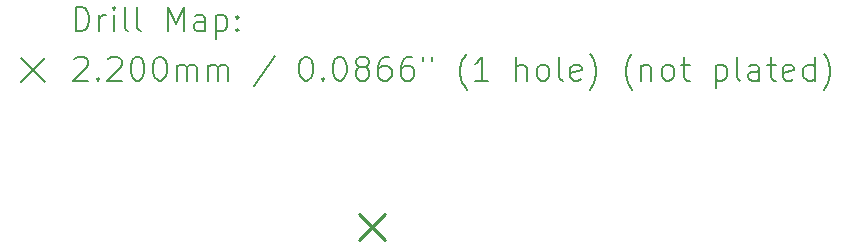
<source format=gbr>
%FSLAX45Y45*%
G04 Gerber Fmt 4.5, Leading zero omitted, Abs format (unit mm)*
G04 Created by KiCad (PCBNEW (6.0.4)) date 2022-09-08 21:09:34*
%MOMM*%
%LPD*%
G01*
G04 APERTURE LIST*
%ADD10C,0.200000*%
%ADD11C,0.220000*%
G04 APERTURE END LIST*
D10*
D11*
X2659034Y-1859307D02*
X2879034Y-2079307D01*
X2879034Y-1859307D02*
X2659034Y-2079307D01*
D10*
X257619Y-310476D02*
X257619Y-110476D01*
X305238Y-110476D01*
X333810Y-120000D01*
X352857Y-139048D01*
X362381Y-158095D01*
X371905Y-196190D01*
X371905Y-224762D01*
X362381Y-262857D01*
X352857Y-281905D01*
X333810Y-300952D01*
X305238Y-310476D01*
X257619Y-310476D01*
X457619Y-310476D02*
X457619Y-177143D01*
X457619Y-215238D02*
X467143Y-196190D01*
X476667Y-186667D01*
X495714Y-177143D01*
X514762Y-177143D01*
X581429Y-310476D02*
X581429Y-177143D01*
X581429Y-110476D02*
X571905Y-120000D01*
X581429Y-129524D01*
X590952Y-120000D01*
X581429Y-110476D01*
X581429Y-129524D01*
X705238Y-310476D02*
X686190Y-300952D01*
X676667Y-281905D01*
X676667Y-110476D01*
X810000Y-310476D02*
X790952Y-300952D01*
X781428Y-281905D01*
X781428Y-110476D01*
X1038571Y-310476D02*
X1038571Y-110476D01*
X1105238Y-253333D01*
X1171905Y-110476D01*
X1171905Y-310476D01*
X1352857Y-310476D02*
X1352857Y-205714D01*
X1343333Y-186667D01*
X1324286Y-177143D01*
X1286190Y-177143D01*
X1267143Y-186667D01*
X1352857Y-300952D02*
X1333810Y-310476D01*
X1286190Y-310476D01*
X1267143Y-300952D01*
X1257619Y-281905D01*
X1257619Y-262857D01*
X1267143Y-243809D01*
X1286190Y-234286D01*
X1333810Y-234286D01*
X1352857Y-224762D01*
X1448095Y-177143D02*
X1448095Y-377143D01*
X1448095Y-186667D02*
X1467143Y-177143D01*
X1505238Y-177143D01*
X1524286Y-186667D01*
X1533809Y-196190D01*
X1543333Y-215238D01*
X1543333Y-272381D01*
X1533809Y-291429D01*
X1524286Y-300952D01*
X1505238Y-310476D01*
X1467143Y-310476D01*
X1448095Y-300952D01*
X1629048Y-291429D02*
X1638571Y-300952D01*
X1629048Y-310476D01*
X1619524Y-300952D01*
X1629048Y-291429D01*
X1629048Y-310476D01*
X1629048Y-186667D02*
X1638571Y-196190D01*
X1629048Y-205714D01*
X1619524Y-196190D01*
X1629048Y-186667D01*
X1629048Y-205714D01*
X-200000Y-540000D02*
X0Y-740000D01*
X0Y-540000D02*
X-200000Y-740000D01*
X248095Y-549524D02*
X257619Y-540000D01*
X276667Y-530476D01*
X324286Y-530476D01*
X343333Y-540000D01*
X352857Y-549524D01*
X362381Y-568571D01*
X362381Y-587619D01*
X352857Y-616190D01*
X238571Y-730476D01*
X362381Y-730476D01*
X448095Y-711428D02*
X457619Y-720952D01*
X448095Y-730476D01*
X438571Y-720952D01*
X448095Y-711428D01*
X448095Y-730476D01*
X533810Y-549524D02*
X543333Y-540000D01*
X562381Y-530476D01*
X610000Y-530476D01*
X629048Y-540000D01*
X638571Y-549524D01*
X648095Y-568571D01*
X648095Y-587619D01*
X638571Y-616190D01*
X524286Y-730476D01*
X648095Y-730476D01*
X771905Y-530476D02*
X790952Y-530476D01*
X810000Y-540000D01*
X819524Y-549524D01*
X829048Y-568571D01*
X838571Y-606667D01*
X838571Y-654286D01*
X829048Y-692381D01*
X819524Y-711428D01*
X810000Y-720952D01*
X790952Y-730476D01*
X771905Y-730476D01*
X752857Y-720952D01*
X743333Y-711428D01*
X733809Y-692381D01*
X724286Y-654286D01*
X724286Y-606667D01*
X733809Y-568571D01*
X743333Y-549524D01*
X752857Y-540000D01*
X771905Y-530476D01*
X962381Y-530476D02*
X981428Y-530476D01*
X1000476Y-540000D01*
X1010000Y-549524D01*
X1019524Y-568571D01*
X1029048Y-606667D01*
X1029048Y-654286D01*
X1019524Y-692381D01*
X1010000Y-711428D01*
X1000476Y-720952D01*
X981428Y-730476D01*
X962381Y-730476D01*
X943333Y-720952D01*
X933809Y-711428D01*
X924286Y-692381D01*
X914762Y-654286D01*
X914762Y-606667D01*
X924286Y-568571D01*
X933809Y-549524D01*
X943333Y-540000D01*
X962381Y-530476D01*
X1114762Y-730476D02*
X1114762Y-597143D01*
X1114762Y-616190D02*
X1124286Y-606667D01*
X1143333Y-597143D01*
X1171905Y-597143D01*
X1190952Y-606667D01*
X1200476Y-625714D01*
X1200476Y-730476D01*
X1200476Y-625714D02*
X1210000Y-606667D01*
X1229048Y-597143D01*
X1257619Y-597143D01*
X1276667Y-606667D01*
X1286190Y-625714D01*
X1286190Y-730476D01*
X1381429Y-730476D02*
X1381429Y-597143D01*
X1381429Y-616190D02*
X1390952Y-606667D01*
X1410000Y-597143D01*
X1438571Y-597143D01*
X1457619Y-606667D01*
X1467143Y-625714D01*
X1467143Y-730476D01*
X1467143Y-625714D02*
X1476667Y-606667D01*
X1495714Y-597143D01*
X1524286Y-597143D01*
X1543333Y-606667D01*
X1552857Y-625714D01*
X1552857Y-730476D01*
X1943333Y-520952D02*
X1771905Y-778095D01*
X2200476Y-530476D02*
X2219524Y-530476D01*
X2238571Y-540000D01*
X2248095Y-549524D01*
X2257619Y-568571D01*
X2267143Y-606667D01*
X2267143Y-654286D01*
X2257619Y-692381D01*
X2248095Y-711428D01*
X2238571Y-720952D01*
X2219524Y-730476D01*
X2200476Y-730476D01*
X2181429Y-720952D01*
X2171905Y-711428D01*
X2162381Y-692381D01*
X2152857Y-654286D01*
X2152857Y-606667D01*
X2162381Y-568571D01*
X2171905Y-549524D01*
X2181429Y-540000D01*
X2200476Y-530476D01*
X2352857Y-711428D02*
X2362381Y-720952D01*
X2352857Y-730476D01*
X2343333Y-720952D01*
X2352857Y-711428D01*
X2352857Y-730476D01*
X2486190Y-530476D02*
X2505238Y-530476D01*
X2524286Y-540000D01*
X2533810Y-549524D01*
X2543333Y-568571D01*
X2552857Y-606667D01*
X2552857Y-654286D01*
X2543333Y-692381D01*
X2533810Y-711428D01*
X2524286Y-720952D01*
X2505238Y-730476D01*
X2486190Y-730476D01*
X2467143Y-720952D01*
X2457619Y-711428D01*
X2448095Y-692381D01*
X2438571Y-654286D01*
X2438571Y-606667D01*
X2448095Y-568571D01*
X2457619Y-549524D01*
X2467143Y-540000D01*
X2486190Y-530476D01*
X2667143Y-616190D02*
X2648095Y-606667D01*
X2638571Y-597143D01*
X2629048Y-578095D01*
X2629048Y-568571D01*
X2638571Y-549524D01*
X2648095Y-540000D01*
X2667143Y-530476D01*
X2705238Y-530476D01*
X2724286Y-540000D01*
X2733810Y-549524D01*
X2743333Y-568571D01*
X2743333Y-578095D01*
X2733810Y-597143D01*
X2724286Y-606667D01*
X2705238Y-616190D01*
X2667143Y-616190D01*
X2648095Y-625714D01*
X2638571Y-635238D01*
X2629048Y-654286D01*
X2629048Y-692381D01*
X2638571Y-711428D01*
X2648095Y-720952D01*
X2667143Y-730476D01*
X2705238Y-730476D01*
X2724286Y-720952D01*
X2733810Y-711428D01*
X2743333Y-692381D01*
X2743333Y-654286D01*
X2733810Y-635238D01*
X2724286Y-625714D01*
X2705238Y-616190D01*
X2914762Y-530476D02*
X2876667Y-530476D01*
X2857619Y-540000D01*
X2848095Y-549524D01*
X2829048Y-578095D01*
X2819524Y-616190D01*
X2819524Y-692381D01*
X2829048Y-711428D01*
X2838571Y-720952D01*
X2857619Y-730476D01*
X2895714Y-730476D01*
X2914762Y-720952D01*
X2924286Y-711428D01*
X2933809Y-692381D01*
X2933809Y-644762D01*
X2924286Y-625714D01*
X2914762Y-616190D01*
X2895714Y-606667D01*
X2857619Y-606667D01*
X2838571Y-616190D01*
X2829048Y-625714D01*
X2819524Y-644762D01*
X3105238Y-530476D02*
X3067143Y-530476D01*
X3048095Y-540000D01*
X3038571Y-549524D01*
X3019524Y-578095D01*
X3010000Y-616190D01*
X3010000Y-692381D01*
X3019524Y-711428D01*
X3029048Y-720952D01*
X3048095Y-730476D01*
X3086190Y-730476D01*
X3105238Y-720952D01*
X3114762Y-711428D01*
X3124286Y-692381D01*
X3124286Y-644762D01*
X3114762Y-625714D01*
X3105238Y-616190D01*
X3086190Y-606667D01*
X3048095Y-606667D01*
X3029048Y-616190D01*
X3019524Y-625714D01*
X3010000Y-644762D01*
X3200476Y-530476D02*
X3200476Y-568571D01*
X3276667Y-530476D02*
X3276667Y-568571D01*
X3571905Y-806667D02*
X3562381Y-797143D01*
X3543333Y-768571D01*
X3533809Y-749524D01*
X3524286Y-720952D01*
X3514762Y-673333D01*
X3514762Y-635238D01*
X3524286Y-587619D01*
X3533809Y-559048D01*
X3543333Y-540000D01*
X3562381Y-511428D01*
X3571905Y-501905D01*
X3752857Y-730476D02*
X3638571Y-730476D01*
X3695714Y-730476D02*
X3695714Y-530476D01*
X3676667Y-559048D01*
X3657619Y-578095D01*
X3638571Y-587619D01*
X3990952Y-730476D02*
X3990952Y-530476D01*
X4076667Y-730476D02*
X4076667Y-625714D01*
X4067143Y-606667D01*
X4048095Y-597143D01*
X4019524Y-597143D01*
X4000476Y-606667D01*
X3990952Y-616190D01*
X4200476Y-730476D02*
X4181428Y-720952D01*
X4171905Y-711428D01*
X4162381Y-692381D01*
X4162381Y-635238D01*
X4171905Y-616190D01*
X4181428Y-606667D01*
X4200476Y-597143D01*
X4229048Y-597143D01*
X4248095Y-606667D01*
X4257619Y-616190D01*
X4267143Y-635238D01*
X4267143Y-692381D01*
X4257619Y-711428D01*
X4248095Y-720952D01*
X4229048Y-730476D01*
X4200476Y-730476D01*
X4381429Y-730476D02*
X4362381Y-720952D01*
X4352857Y-701905D01*
X4352857Y-530476D01*
X4533810Y-720952D02*
X4514762Y-730476D01*
X4476667Y-730476D01*
X4457619Y-720952D01*
X4448095Y-701905D01*
X4448095Y-625714D01*
X4457619Y-606667D01*
X4476667Y-597143D01*
X4514762Y-597143D01*
X4533810Y-606667D01*
X4543333Y-625714D01*
X4543333Y-644762D01*
X4448095Y-663810D01*
X4610000Y-806667D02*
X4619524Y-797143D01*
X4638571Y-768571D01*
X4648095Y-749524D01*
X4657619Y-720952D01*
X4667143Y-673333D01*
X4667143Y-635238D01*
X4657619Y-587619D01*
X4648095Y-559048D01*
X4638571Y-540000D01*
X4619524Y-511428D01*
X4610000Y-501905D01*
X4971905Y-806667D02*
X4962381Y-797143D01*
X4943333Y-768571D01*
X4933810Y-749524D01*
X4924286Y-720952D01*
X4914762Y-673333D01*
X4914762Y-635238D01*
X4924286Y-587619D01*
X4933810Y-559048D01*
X4943333Y-540000D01*
X4962381Y-511428D01*
X4971905Y-501905D01*
X5048095Y-597143D02*
X5048095Y-730476D01*
X5048095Y-616190D02*
X5057619Y-606667D01*
X5076667Y-597143D01*
X5105238Y-597143D01*
X5124286Y-606667D01*
X5133810Y-625714D01*
X5133810Y-730476D01*
X5257619Y-730476D02*
X5238571Y-720952D01*
X5229048Y-711428D01*
X5219524Y-692381D01*
X5219524Y-635238D01*
X5229048Y-616190D01*
X5238571Y-606667D01*
X5257619Y-597143D01*
X5286190Y-597143D01*
X5305238Y-606667D01*
X5314762Y-616190D01*
X5324286Y-635238D01*
X5324286Y-692381D01*
X5314762Y-711428D01*
X5305238Y-720952D01*
X5286190Y-730476D01*
X5257619Y-730476D01*
X5381429Y-597143D02*
X5457619Y-597143D01*
X5410000Y-530476D02*
X5410000Y-701905D01*
X5419524Y-720952D01*
X5438571Y-730476D01*
X5457619Y-730476D01*
X5676667Y-597143D02*
X5676667Y-797143D01*
X5676667Y-606667D02*
X5695714Y-597143D01*
X5733809Y-597143D01*
X5752857Y-606667D01*
X5762381Y-616190D01*
X5771905Y-635238D01*
X5771905Y-692381D01*
X5762381Y-711428D01*
X5752857Y-720952D01*
X5733809Y-730476D01*
X5695714Y-730476D01*
X5676667Y-720952D01*
X5886190Y-730476D02*
X5867143Y-720952D01*
X5857619Y-701905D01*
X5857619Y-530476D01*
X6048095Y-730476D02*
X6048095Y-625714D01*
X6038571Y-606667D01*
X6019524Y-597143D01*
X5981428Y-597143D01*
X5962381Y-606667D01*
X6048095Y-720952D02*
X6029048Y-730476D01*
X5981428Y-730476D01*
X5962381Y-720952D01*
X5952857Y-701905D01*
X5952857Y-682857D01*
X5962381Y-663810D01*
X5981428Y-654286D01*
X6029048Y-654286D01*
X6048095Y-644762D01*
X6114762Y-597143D02*
X6190952Y-597143D01*
X6143333Y-530476D02*
X6143333Y-701905D01*
X6152857Y-720952D01*
X6171905Y-730476D01*
X6190952Y-730476D01*
X6333809Y-720952D02*
X6314762Y-730476D01*
X6276667Y-730476D01*
X6257619Y-720952D01*
X6248095Y-701905D01*
X6248095Y-625714D01*
X6257619Y-606667D01*
X6276667Y-597143D01*
X6314762Y-597143D01*
X6333809Y-606667D01*
X6343333Y-625714D01*
X6343333Y-644762D01*
X6248095Y-663810D01*
X6514762Y-730476D02*
X6514762Y-530476D01*
X6514762Y-720952D02*
X6495714Y-730476D01*
X6457619Y-730476D01*
X6438571Y-720952D01*
X6429048Y-711428D01*
X6419524Y-692381D01*
X6419524Y-635238D01*
X6429048Y-616190D01*
X6438571Y-606667D01*
X6457619Y-597143D01*
X6495714Y-597143D01*
X6514762Y-606667D01*
X6590952Y-806667D02*
X6600476Y-797143D01*
X6619524Y-768571D01*
X6629048Y-749524D01*
X6638571Y-720952D01*
X6648095Y-673333D01*
X6648095Y-635238D01*
X6638571Y-587619D01*
X6629048Y-559048D01*
X6619524Y-540000D01*
X6600476Y-511428D01*
X6590952Y-501905D01*
M02*

</source>
